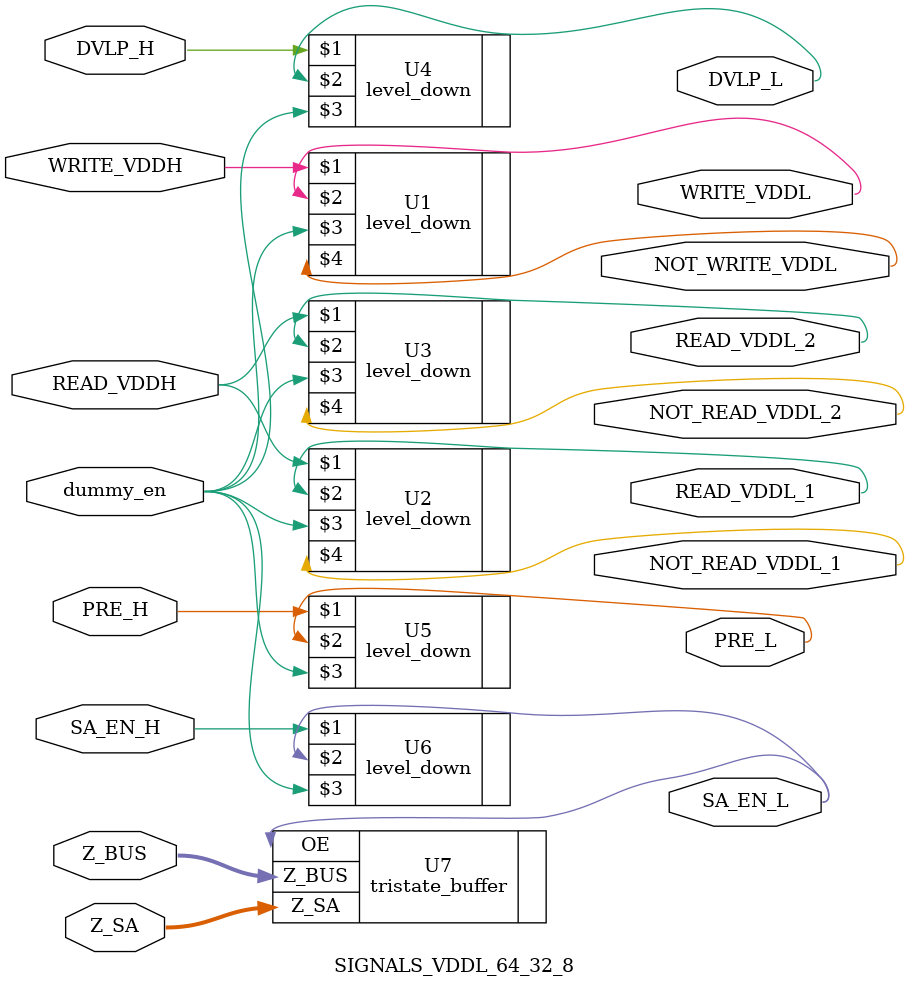
<source format=v>


`include "/ibe/users/da220/Cadence/WORK_TSMC180FORTE/DIGITAL/rtl/level_down/level_down.v"
`include "/ibe/users/da220/Cadence/WORK_TSMC180FORTE/DIGITAL/rtl/tristate_buffer/tristate_buffer.v"

// NAME MODIFIED //
module SIGNALS_VDDL_64_32_8(
// END MODIFY NAME //
WRITE_VDDH,
READ_VDDH,
DVLP_H,
PRE_H,
SA_EN_H,
dummy_en,
WRITE_VDDL,
NOT_WRITE_VDDL,
READ_VDDL_1,
NOT_READ_VDDL_1,
READ_VDDL_2,
NOT_READ_VDDL_2,
DVLP_L,
PRE_L,
Z_SA,
//Z_WR,
Z_BUS,
SA_EN_L,
);

// SKILL MODIFICATIONS //
parameter B_SIZE = 8;
// END OF SKILL MODIFICATION //

// Inputs
input	WRITE_VDDH;
input	READ_VDDH;
input	DVLP_H;
input	PRE_H;
input	SA_EN_H;
input	dummy_en;

// Input Ouput
inout	[B_SIZE-1:0] Z_SA;
//inout	[B_SIZE-1:0] Z_WR;
inout	[B_SIZE-1:0] Z_BUS;

// Outputs
output	WRITE_VDDL;
output	NOT_WRITE_VDDL;
output	READ_VDDL_1;
output	NOT_READ_VDDL_1;
output	READ_VDDL_2;
output	NOT_READ_VDDL_2;
output 	DVLP_L;
output	PRE_L;
output	SA_EN_L;

// Wires
wire	WRITE_VDDH;
wire	READ_VDDH;
wire	DVLP_H;
wire	PRE_H;
wire	SA_EN_H;
wire	dummy_en;
wire	WRITE_VDDL;
wire	NOT_WRITE_VDDL;
wire	READ_VDDL_1;
wire	NOT_READ_VDDL_1;
wire	READ_VDDL_2;
wire	NOT_READ_VDDL_2;
wire 	DVLP_L;
wire	PRE_L;
wire	SA_EN_L;
wire	[B_SIZE-1:0] Z_BUS;
wire	[B_SIZE-1:0] Z_SA;
//wire	[B_SIZE-1:0] Z_WR;



level_down U1(WRITE_VDDH, WRITE_VDDL, dummy_en, NOT_WRITE_VDDL);
level_down U2(READ_VDDH, READ_VDDL_1, dummy_en, NOT_READ_VDDL_1);
level_down U3(READ_VDDH, READ_VDDL_2, dummy_en, NOT_READ_VDDL_2);
level_down U4(DVLP_H, DVLP_L, dummy_en,);
level_down U5(PRE_H, PRE_L, dummy_en,);
level_down U6(SA_EN_H, SA_EN_L, dummy_en,);
tristate_buffer #(B_SIZE) U7(
.Z_SA	(Z_SA),
//.Z_WR	(Z_WR),
.Z_BUS	(Z_BUS),
.OE		(SA_EN_L)
);

endmodule
</source>
